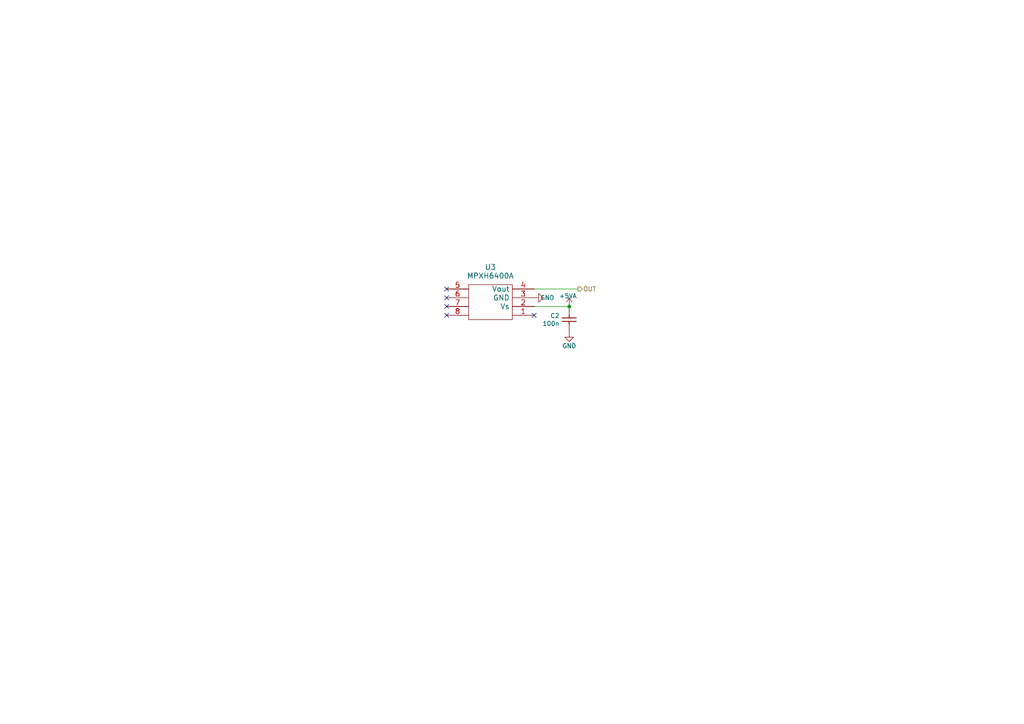
<source format=kicad_sch>
(kicad_sch (version 20230121) (generator eeschema)
  (paper "A4")
  (lib_symbols
    (symbol "hellen-one-common:Cap" (pin_numbers hide)
      (property "Reference" "C" (at -3.81 2.54 0))
      (property "Value" "Cap" (at -2.54 -1.27 0))
      (symbol "Cap_1_0"
        (polyline (pts (xy -1.27 0) (xy -0.508 0)) (stroke (width 0.254)))
        (polyline (pts (xy -0.508 -2.032) (xy -0.508 2.032)) (stroke (width 0.254)))
        (polyline (pts (xy 0.508 2.032) (xy 0.508 -2.032)) (stroke (width 0.254)))
        (polyline (pts (xy 1.27 0) (xy 0.508 0)) (stroke (width 0.254)))
        (pin passive line (at -3.81 0 0) (length 2.54) (name "") (number "1"))
        (pin passive line (at 3.81 0 180) (length 2.54) (name "") (number "2"))
      )
    )
    (symbol "hellen-one-common:MPX4_MAP" (pin_names (offset 0.762))
      (property "Reference" "U4" (at 3.81 -6.35 0))
      (property "Value" "MPXH6400A" (at -3.81 -3.81 0))
      (symbol "MPX4_MAP_0_1"
        (rectangle (start -2.54 7.62) (end 10.16 -2.54))
      )
      (symbol "MPX4_MAP_1_1"
        (pin passive line (at -8.89 6.35 0) (length 6.35) (name "") (number "1"))
        (pin passive line (at -8.89 3.81 0) (length 6.35) (name "Vs") (number "2"))
        (pin passive line (at -8.89 1.27 0) (length 6.35) (name "GND") (number "3"))
        (pin passive line (at -8.89 -1.27 0) (length 6.35) (name "Vout") (number "4"))
        (pin passive line (at 16.51 -1.27 180) (length 6.35) (name "") (number "5"))
        (pin passive line (at 16.51 1.27 180) (length 6.35) (name "") (number "6"))
        (pin passive line (at 16.51 3.81 180) (length 6.35) (name "") (number "7"))
        (pin passive line (at 16.51 6.35 180) (length 6.35) (name "") (number "8"))
      )
    )
    (symbol "power:+5VA" (power) (pin_names (offset 0))
      (property "Value" "+5VA" (at 0 3.556 0))
      (symbol "+5VA_0_1"
        (polyline (pts (xy -0.762 1.27) (xy 0 2.54)))
        (polyline (pts (xy 0 0) (xy 0 2.54)))
        (polyline (pts (xy 0 2.54) (xy 0.762 1.27)))
      )
      (symbol "+5VA_1_1"
        (pin power_in line (at 0 0 90) (length 0) hide (name "+5VA") (number "1"))
      )
    )
    (symbol "power:GND" (power) (pin_names (offset 0))
      (property "Value" "GND" (at 0 -3.81 0))
      (symbol "GND_0_1"
        (polyline (pts (xy 0 0) (xy 0 -1.27) (xy 1.27 -1.27) (xy 0 -2.54) (xy -1.27 -1.27) (xy 0 -1.27)))
      )
      (symbol "GND_1_1"
        (pin power_in line (at 0 0 270) (length 0) hide (name "GND") (number "1"))
      )
    )
  )
  (junction (at 165.1 88.9))
  (no_connect (at 129.54 83.82))
  (no_connect (at 129.54 91.44))
  (no_connect (at 129.54 88.9))
  (no_connect (at 129.54 86.36))
  (no_connect (at 154.94 91.44))
  (wire (pts (xy 165.1 88.9) (xy 154.94 88.9)))
  (wire (pts (xy 154.94 83.82) (xy 167.64 83.82)))
  (hierarchical_label "OUT" (shape output) (at 167.64 83.82 0))
  (symbol (lib_id "power:GND") (at 154.94 86.36 90) (mirror x) (unit 1)
    (property "Reference" "#PWR041" (effects hide))
    (property "Value" "GND" (at 158.75 86.36 90))
    (instances (project "alphax_4ch" (path "" (reference "#PWR041") (unit 1)) (path "" (reference "#PWR0202") (unit 1))))
  )
  (symbol (lib_id "power:GND") (at 165.1 96.52 0) (mirror y) (unit 1)
    (property "Reference" "#PWR047" (effects hide))
    (property "Value" "GND" (at 165.1 100.33 0))
    (instances (project "alphax_4ch" (path "" (reference "#PWR047") (unit 1)) (path "" (reference "#PWR0201") (unit 1))))
  )
  (symbol (lib_id "power:+5VA") (at 165.1 88.9 0) (mirror y) (unit 1)
    (property "Reference" "#PWR0115" (effects hide))
    (property "Value" "+5VA" (at 164.7317 85.8456 0))
    (instances (project "alphax_4ch" (path "" (reference "#PWR0115") (unit 1)) (path "" (reference "#PWR0150") (unit 1))))
  )
  (symbol (lib_id "hellen-one-common:Cap") (at 165.1 92.71 270) (mirror x) (unit 1)
    (property "Reference" "C2" (at 162.3059 91.5606 90) (effects (justify right)))
    (property "Value" "100n" (at 162.3059 93.8593 90) (effects (justify right)))
    (property "Footprint" "hellen-one-common:C0603" (effects hide))
    (property "LCSC" "C14663" (effects hide))
  )
  (symbol (lib_id "hellen-one-common:MPX4_MAP") (at 146.05 85.09 180) (unit 1)
    (property "Reference" "U3" (at 142.24 77.47 0) (effects (font (size 1.524 1.524))))
    (property "Value" "MPXH6400A" (at 142.24 80.01 0) (effects (font (size 1.524 1.524))))
    (property "Footprint" "hellen-one-common:MPXH6400A-SSOP8" (effects hide))
    (property "LCSC" "C511770" (effects hide))
  )
)
</source>
